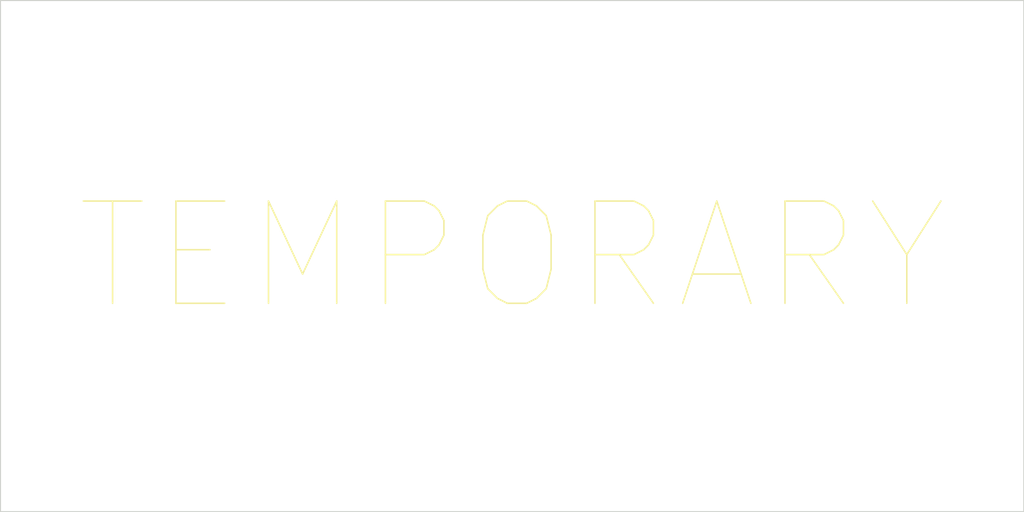
<source format=kicad_pcb>
(kicad_pcb (version 20211014) (generator pcbnew)

  (general
    (thickness 1.6)
  )

  (paper "A4")
  (layers
    (0 "F.Cu" signal)
    (31 "B.Cu" signal)
    (32 "B.Adhes" user "B.Adhesive")
    (33 "F.Adhes" user "F.Adhesive")
    (34 "B.Paste" user)
    (35 "F.Paste" user)
    (36 "B.SilkS" user "B.Silkscreen")
    (37 "F.SilkS" user "F.Silkscreen")
    (38 "B.Mask" user)
    (39 "F.Mask" user)
    (40 "Dwgs.User" user "User.Drawings")
    (41 "Cmts.User" user "User.Comments")
    (42 "Eco1.User" user "User.Eco1")
    (43 "Eco2.User" user "User.Eco2")
    (44 "Edge.Cuts" user)
    (45 "Margin" user)
    (46 "B.CrtYd" user "B.Courtyard")
    (47 "F.CrtYd" user "F.Courtyard")
    (48 "B.Fab" user)
    (49 "F.Fab" user)
    (50 "User.1" user)
    (51 "User.2" user)
    (52 "User.3" user)
    (53 "User.4" user)
    (54 "User.5" user)
    (55 "User.6" user)
    (56 "User.7" user)
    (57 "User.8" user)
    (58 "User.9" user)
  )

  (setup
    (pad_to_mask_clearance 0)
    (pcbplotparams
      (layerselection 0x00010fc_ffffffff)
      (disableapertmacros false)
      (usegerberextensions false)
      (usegerberattributes true)
      (usegerberadvancedattributes true)
      (creategerberjobfile true)
      (svguseinch false)
      (svgprecision 6)
      (excludeedgelayer true)
      (plotframeref false)
      (viasonmask false)
      (mode 1)
      (useauxorigin false)
      (hpglpennumber 1)
      (hpglpenspeed 20)
      (hpglpendiameter 15.000000)
      (dxfpolygonmode true)
      (dxfimperialunits true)
      (dxfusepcbnewfont true)
      (psnegative false)
      (psa4output false)
      (plotreference true)
      (plotvalue true)
      (plotinvisibletext false)
      (sketchpadsonfab false)
      (subtractmaskfromsilk false)
      (outputformat 1)
      (mirror false)
      (drillshape 1)
      (scaleselection 1)
      (outputdirectory "")
    )
  )

  (net 0 "")

  (gr_rect (start 30 25) (end 130 75) (layer "Edge.Cuts") (width 0.1) (fill none) (tstamp f917b20a-9868-4eb3-a693-b84a29cf4f7a))
  (gr_text "TEMPORARY" (at 80 50) (layer "F.SilkS") (tstamp 3c5efcee-1681-403f-83bc-3a93676be309)
    (effects (font (size 10 10) (thickness 0.15)))
  )

)

</source>
